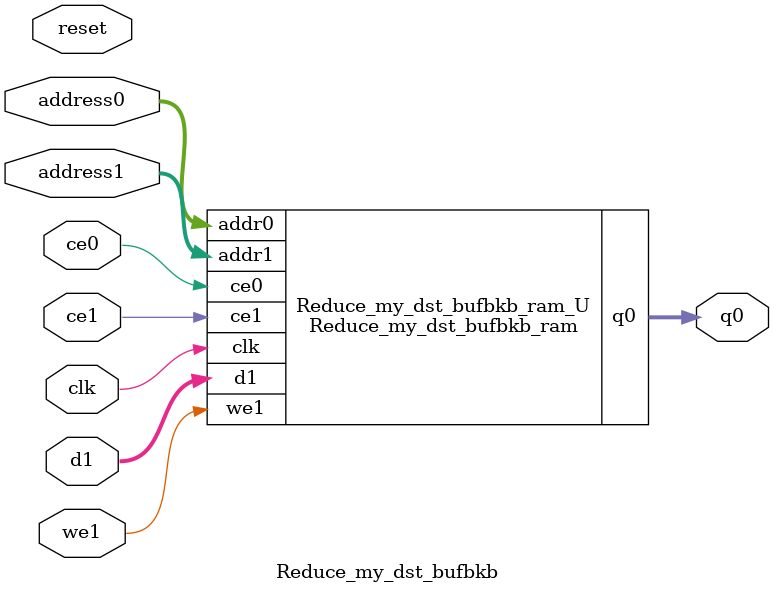
<source format=v>

`timescale 1 ns / 1 ps
module Reduce_my_dst_bufbkb_ram (addr0, ce0, q0, addr1, ce1, d1, we1,  clk);

parameter DWIDTH = 16;
parameter AWIDTH = 10;
parameter MEM_SIZE = 640;

input[AWIDTH-1:0] addr0;
input ce0;
output reg[DWIDTH-1:0] q0;
input[AWIDTH-1:0] addr1;
input ce1;
input[DWIDTH-1:0] d1;
input we1;
input clk;

(* ram_style = "block" *)reg [DWIDTH-1:0] ram[0:MEM_SIZE-1];




always @(posedge clk)  
begin 
    if (ce0) 
    begin
            q0 <= ram[addr0];
    end
end


always @(posedge clk)  
begin 
    if (ce1) 
    begin
        if (we1) 
        begin 
            ram[addr1] <= d1; 
        end 
    end
end


endmodule


`timescale 1 ns / 1 ps
module Reduce_my_dst_bufbkb(
    reset,
    clk,
    address0,
    ce0,
    q0,
    address1,
    ce1,
    we1,
    d1);

parameter DataWidth = 32'd16;
parameter AddressRange = 32'd640;
parameter AddressWidth = 32'd10;
input reset;
input clk;
input[AddressWidth - 1:0] address0;
input ce0;
output[DataWidth - 1:0] q0;
input[AddressWidth - 1:0] address1;
input ce1;
input we1;
input[DataWidth - 1:0] d1;



Reduce_my_dst_bufbkb_ram Reduce_my_dst_bufbkb_ram_U(
    .clk( clk ),
    .addr0( address0 ),
    .ce0( ce0 ),
    .q0( q0 ),
    .addr1( address1 ),
    .ce1( ce1 ),
    .we1( we1 ),
    .d1( d1 ));

endmodule


</source>
